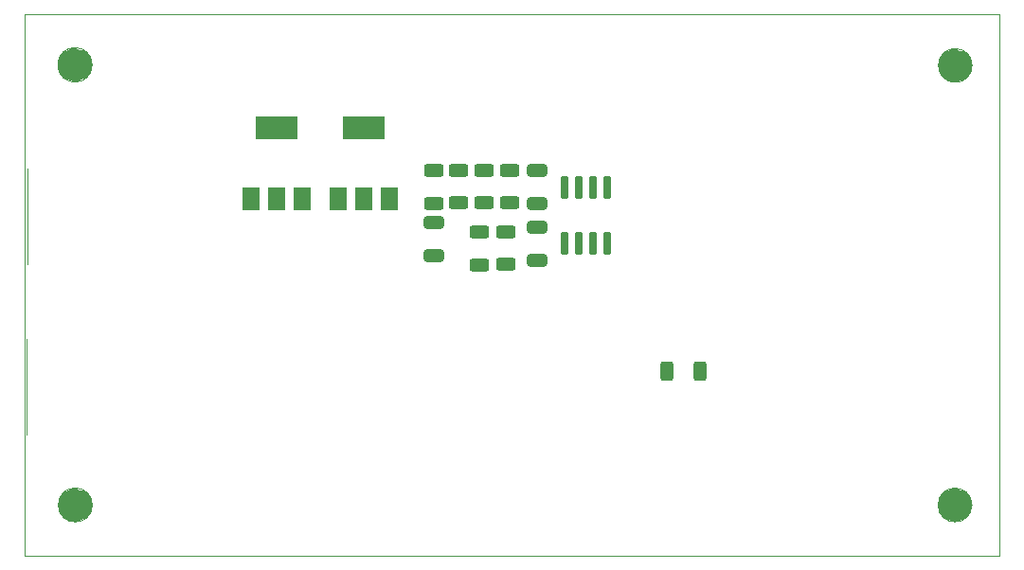
<source format=gbr>
%TF.GenerationSoftware,KiCad,Pcbnew,7.0.6*%
%TF.CreationDate,2023-09-03T13:44:33+00:00*%
%TF.ProjectId,SI4735,53493437-3335-42e6-9b69-6361645f7063,rev?*%
%TF.SameCoordinates,Original*%
%TF.FileFunction,Paste,Top*%
%TF.FilePolarity,Positive*%
%FSLAX45Y45*%
G04 Gerber Fmt 4.5, Leading zero omitted, Abs format (unit mm)*
G04 Created by KiCad (PCBNEW 7.0.6) date 2023-09-03 13:44:33*
%MOMM*%
%LPD*%
G01*
G04 APERTURE LIST*
G04 Aperture macros list*
%AMRoundRect*
0 Rectangle with rounded corners*
0 $1 Rounding radius*
0 $2 $3 $4 $5 $6 $7 $8 $9 X,Y pos of 4 corners*
0 Add a 4 corners polygon primitive as box body*
4,1,4,$2,$3,$4,$5,$6,$7,$8,$9,$2,$3,0*
0 Add four circle primitives for the rounded corners*
1,1,$1+$1,$2,$3*
1,1,$1+$1,$4,$5*
1,1,$1+$1,$6,$7*
1,1,$1+$1,$8,$9*
0 Add four rect primitives between the rounded corners*
20,1,$1+$1,$2,$3,$4,$5,0*
20,1,$1+$1,$4,$5,$6,$7,0*
20,1,$1+$1,$6,$7,$8,$9,0*
20,1,$1+$1,$8,$9,$2,$3,0*%
G04 Aperture macros list end*
%ADD10RoundRect,0.250000X-0.650000X0.325000X-0.650000X-0.325000X0.650000X-0.325000X0.650000X0.325000X0*%
%ADD11RoundRect,0.250000X0.625000X-0.312500X0.625000X0.312500X-0.625000X0.312500X-0.625000X-0.312500X0*%
%ADD12RoundRect,0.250000X-0.625000X0.312500X-0.625000X-0.312500X0.625000X-0.312500X0.625000X0.312500X0*%
%ADD13RoundRect,0.042000X0.258000X-0.943000X0.258000X0.943000X-0.258000X0.943000X-0.258000X-0.943000X0*%
%ADD14RoundRect,0.250000X0.650000X-0.325000X0.650000X0.325000X-0.650000X0.325000X-0.650000X-0.325000X0*%
%ADD15R,1.500000X2.000000*%
%ADD16R,3.800000X2.000000*%
%ADD17RoundRect,0.250000X0.312500X0.625000X-0.312500X0.625000X-0.312500X-0.625000X0.312500X-0.625000X0*%
%TA.AperFunction,Profile*%
%ADD18C,0.050000*%
%TD*%
%TA.AperFunction,Profile*%
%ADD19C,1.535132*%
%TD*%
%TA.AperFunction,Profile*%
%ADD20C,1.516643*%
%TD*%
%TA.AperFunction,Profile*%
%ADD21C,0.100000*%
%TD*%
G04 APERTURE END LIST*
D10*
%TO.C,C6*%
X16155000Y-9365000D03*
X16155000Y-9660000D03*
%TD*%
%TO.C,C9*%
X17074730Y-9408370D03*
X17074730Y-9703370D03*
%TD*%
D11*
%TO.C,R4*%
X16833030Y-9188860D03*
X16833030Y-8896360D03*
%TD*%
D12*
%TO.C,R3*%
X16599350Y-8896360D03*
X16599350Y-9188860D03*
%TD*%
D13*
%TO.C,U3*%
X17318930Y-9545530D03*
X17445930Y-9545530D03*
X17572930Y-9545530D03*
X17699930Y-9545530D03*
X17699930Y-9051530D03*
X17572930Y-9051530D03*
X17445930Y-9051530D03*
X17318930Y-9051530D03*
%TD*%
D14*
%TO.C,C4*%
X17074730Y-9192470D03*
X17074730Y-8897470D03*
%TD*%
D15*
%TO.C,U2*%
X15299000Y-9149000D03*
X15529000Y-9149000D03*
D16*
X15529000Y-8519000D03*
D15*
X15759000Y-9149000D03*
%TD*%
D17*
%TO.C,R8*%
X18532250Y-10689750D03*
X18239750Y-10689750D03*
%TD*%
D12*
%TO.C,R2*%
X16375830Y-8896360D03*
X16375830Y-9188860D03*
%TD*%
%TO.C,R6*%
X16793000Y-9446500D03*
X16793000Y-9739000D03*
%TD*%
D15*
%TO.C,U1*%
X14519000Y-9149000D03*
X14749000Y-9149000D03*
D16*
X14749000Y-8519000D03*
D15*
X14979000Y-9149000D03*
%TD*%
D11*
%TO.C,R1*%
X16152310Y-9191000D03*
X16152310Y-8898500D03*
%TD*%
D12*
%TO.C,R5*%
X16560000Y-9448750D03*
X16560000Y-9741250D03*
%TD*%
D18*
X13100268Y-7953000D02*
G75*
G03*
X13100268Y-7953000I-153912J0D01*
G01*
D19*
X13023113Y-7953000D02*
G75*
G03*
X13023113Y-7953000I-76757J0D01*
G01*
D18*
X20965013Y-7959000D02*
G75*
G03*
X20965013Y-7959000I-151013J0D01*
G01*
D20*
X20889832Y-7959000D02*
G75*
G03*
X20889832Y-7959000I-75832J0D01*
G01*
D19*
X13025757Y-11889000D02*
G75*
G03*
X13025757Y-11889000I-76757J0D01*
G01*
D18*
X20962513Y-11889000D02*
G75*
G03*
X20962513Y-11889000I-151013J0D01*
G01*
X13101069Y-11889000D02*
G75*
G03*
X13101069Y-11889000I-152069J0D01*
G01*
D19*
X20891757Y-11887000D02*
G75*
G03*
X20891757Y-11887000I-76757J0D01*
G01*
D18*
X12496500Y-7499000D02*
X21209000Y-7499000D01*
X21209000Y-12346500D01*
X12496500Y-12346500D01*
X12496500Y-7499000D01*
D21*
%TO.C,J3*%
X12517998Y-8878002D02*
X12517998Y-9738002D01*
%TO.C,J5*%
X12515500Y-10400500D02*
X12515500Y-11260500D01*
%TD*%
M02*

</source>
